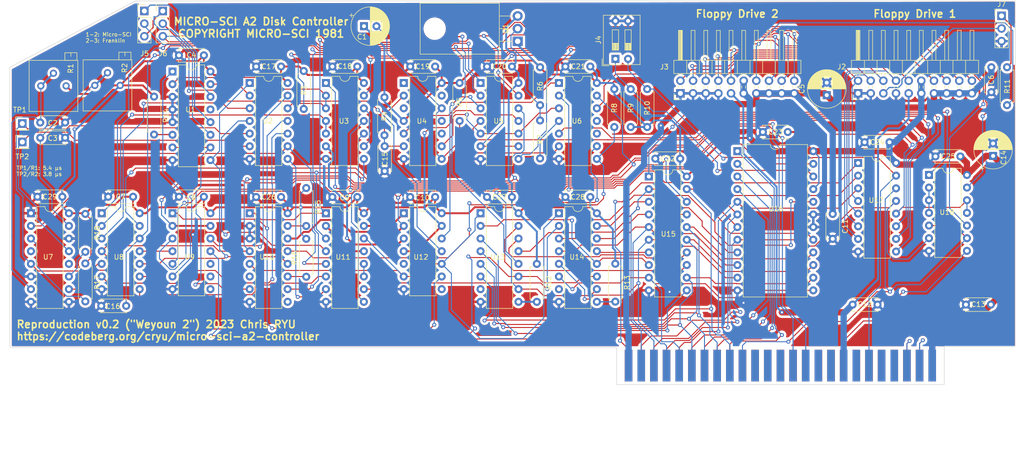
<source format=kicad_pcb>
(kicad_pcb (version 20221018) (generator pcbnew)

  (general
    (thickness 1.6)
  )

  (paper "A4")
  (layers
    (0 "F.Cu" signal)
    (31 "B.Cu" signal)
    (32 "B.Adhes" user "B.Adhesive")
    (33 "F.Adhes" user "F.Adhesive")
    (34 "B.Paste" user)
    (35 "F.Paste" user)
    (36 "B.SilkS" user "B.Silkscreen")
    (37 "F.SilkS" user "F.Silkscreen")
    (38 "B.Mask" user)
    (39 "F.Mask" user)
    (40 "Dwgs.User" user "User.Drawings")
    (41 "Cmts.User" user "User.Comments")
    (42 "Eco1.User" user "User.Eco1")
    (43 "Eco2.User" user "User.Eco2")
    (44 "Edge.Cuts" user)
    (45 "Margin" user)
    (46 "B.CrtYd" user "B.Courtyard")
    (47 "F.CrtYd" user "F.Courtyard")
    (48 "B.Fab" user)
    (49 "F.Fab" user)
    (50 "User.1" user)
    (51 "User.2" user)
    (52 "User.3" user)
    (53 "User.4" user)
    (54 "User.5" user)
    (55 "User.6" user)
    (56 "User.7" user)
    (57 "User.8" user)
    (58 "User.9" user)
  )

  (setup
    (stackup
      (layer "F.SilkS" (type "Top Silk Screen"))
      (layer "F.Paste" (type "Top Solder Paste"))
      (layer "F.Mask" (type "Top Solder Mask") (thickness 0.01))
      (layer "F.Cu" (type "copper") (thickness 0.035))
      (layer "dielectric 1" (type "core") (thickness 1.51) (material "FR4") (epsilon_r 4.5) (loss_tangent 0.02))
      (layer "B.Cu" (type "copper") (thickness 0.035))
      (layer "B.Mask" (type "Bottom Solder Mask") (thickness 0.01))
      (layer "B.Paste" (type "Bottom Solder Paste"))
      (layer "B.SilkS" (type "Bottom Silk Screen"))
      (copper_finish "None")
      (dielectric_constraints no)
    )
    (pad_to_mask_clearance 0)
    (pcbplotparams
      (layerselection 0x00010fc_ffffffff)
      (plot_on_all_layers_selection 0x0000000_00000000)
      (disableapertmacros false)
      (usegerberextensions false)
      (usegerberattributes true)
      (usegerberadvancedattributes true)
      (creategerberjobfile true)
      (dashed_line_dash_ratio 12.000000)
      (dashed_line_gap_ratio 3.000000)
      (svgprecision 4)
      (plotframeref false)
      (viasonmask false)
      (mode 1)
      (useauxorigin false)
      (hpglpennumber 1)
      (hpglpenspeed 20)
      (hpglpendiameter 15.000000)
      (dxfpolygonmode true)
      (dxfimperialunits true)
      (dxfusepcbnewfont true)
      (psnegative false)
      (psa4output false)
      (plotreference true)
      (plotvalue true)
      (plotinvisibletext false)
      (sketchpadsonfab false)
      (subtractmaskfromsilk false)
      (outputformat 1)
      (mirror false)
      (drillshape 1)
      (scaleselection 1)
      (outputdirectory "")
    )
  )

  (net 0 "")
  (net 1 "+5V")
  (net 2 "Net-(U4B-THR)")
  (net 3 "Net-(U7B-RCext)")
  (net 4 "GND")
  (net 5 "Net-(U7A-RCext)")
  (net 6 "Net-(J1-~{DMAIN})")
  (net 7 "Net-(J1-~{INTIN})")
  (net 8 "unconnected-(J1-~{DMA}-Pad22)")
  (net 9 "unconnected-(J1-~{RDY}-Pad21)")
  (net 10 "unconnected-(J1-~{IOSTRB}-Pad20)")
  (net 11 "unconnected-(J1-SYNC-Pad19)")
  (net 12 "R{slash}~{W}")
  (net 13 "unconnected-(J1-A15-Pad17)")
  (net 14 "unconnected-(J1-A14-Pad16)")
  (net 15 "unconnected-(J1-A13-Pad15)")
  (net 16 "unconnected-(J1-A12-Pad14)")
  (net 17 "unconnected-(J1-A11-Pad13)")
  (net 18 "unconnected-(J1-A10-Pad12)")
  (net 19 "unconnected-(J1-A9-Pad11)")
  (net 20 "unconnected-(J1-A8-Pad10)")
  (net 21 "A7")
  (net 22 "A6")
  (net 23 "A5")
  (net 24 "A4")
  (net 25 "A3")
  (net 26 "A2")
  (net 27 "A1")
  (net 28 "A0")
  (net 29 "~{IOSEL}")
  (net 30 "unconnected-(J1-~{NMI}-Pad29)")
  (net 31 "unconnected-(J1-~{IRQ}-Pad30)")
  (net 32 "~{RESET}")
  (net 33 "unconnected-(J1-~{INH}-Pad32)")
  (net 34 "-12V")
  (net 35 "-5V")
  (net 36 "unconnected-(J1-COLORREF{slash}M2B0-Pad35)")
  (net 37 "7M")
  (net 38 "Q3")
  (net 39 "unconnected-(J1-PHI1-Pad38)")
  (net 40 "unconnected-(J1-USER1{slash}SYNC{slash}M2SEL-Pad39)")
  (net 41 "unconnected-(J1-PHI0-Pad40)")
  (net 42 "~{DEVSEL}")
  (net 43 "D7")
  (net 44 "D6")
  (net 45 "D5")
  (net 46 "D4")
  (net 47 "D3")
  (net 48 "D2")
  (net 49 "D1")
  (net 50 "D0")
  (net 51 "+12V")
  (net 52 "PH0")
  (net 53 "PH1")
  (net 54 "PH2")
  (net 55 "PH3")
  (net 56 "~{WREQ}")
  (net 57 "~{EN.A}")
  (net 58 "RD")
  (net 59 "WR")
  (net 60 "PWM")
  (net 61 "~{EN.B}")
  (net 62 "Net-(U4A-THR)")
  (net 63 "Net-(R7-Pad1)")
  (net 64 "Net-(U1-~{MR})")
  (net 65 "Net-(U1-CEP)")
  (net 66 "Net-(J5-Pin_1)")
  (net 67 "Net-(J5-Pin_3)")
  (net 68 "unconnected-(U1-Q1-Pad13)")
  (net 69 "Net-(U1-TC)")
  (net 70 "Net-(U2-Pad3)")
  (net 71 "Net-(U11-D1)")
  (net 72 "CLOCK_0")
  (net 73 "CLOCK_1")
  (net 74 "S_CLK")
  (net 75 "Net-(U2-Pad10)")
  (net 76 "Net-(U12B-Q)")
  (net 77 "Net-(U2-Pad13)")
  (net 78 "Net-(U3-Pad4)")
  (net 79 "Net-(U3-Pad12)")
  (net 80 "Net-(U11-Cp)")
  (net 81 "unconnected-(U4A-DIS-Pad1)")
  (net 82 "unconnected-(U4A-CV-Pad3)")
  (net 83 "Net-(U4A-Q)")
  (net 84 "unconnected-(U4B-R-Pad10)")
  (net 85 "unconnected-(U4B-CV-Pad11)")
  (net 86 "unconnected-(U4B-DIS-Pad13)")
  (net 87 "DRVSEL")
  (net 88 "RW1")
  (net 89 "ENABLE")
  (net 90 "unconnected-(U6-Pad10)")
  (net 91 "unconnected-(U6-Pad11)")
  (net 92 "WRITE")
  (net 93 "unconnected-(U7A-~{Q}-Pad4)")
  (net 94 "unconnected-(U7B-~{Q}-Pad12)")
  (net 95 "DATA_CLK")
  (net 96 "Net-(U8-Pad11)")
  (net 97 "LATCH_D7")
  (net 98 "unconnected-(U9-Pad8)")
  (net 99 "unconnected-(U9-Pad9)")
  (net 100 "unconnected-(U9-Pad10)")
  (net 101 "DATA_RST")
  (net 102 "unconnected-(U10A-Q-Pad6)")
  (net 103 "unconnected-(U10B-~{Q}-Pad9)")
  (net 104 "Net-(U11-D4)")
  (net 105 "Net-(U10B-~{K})")
  (net 106 "Net-(U11-D3)")
  (net 107 "unconnected-(U12A-Q-Pad5)")
  (net 108 "unconnected-(U12B-~{Q}-Pad8)")
  (net 109 "LATCH_D3")
  (net 110 "unconnected-(U13-Dsl-Pad7)")
  (net 111 "LATCH_D6")
  (net 112 "LATCH_D5")
  (net 113 "LATCH_D4")
  (net 114 "unconnected-(U14-Dsl-Pad7)")
  (net 115 "LATCH_D2")
  (net 116 "LATCH_D1")
  (net 117 "LATCH_D0")
  (net 118 "Net-(U15-OE)")
  (net 119 "Net-(U18-Pad2)")
  (net 120 "+5C")
  (net 121 "Net-(Q1-B)")
  (net 122 "Net-(J6-Pin_2)")
  (net 123 "Net-(J6-Pin_3)")
  (net 124 "SDATA")
  (net 125 "~{TCNT}")
  (net 126 "~{RDSTS}")
  (net 127 "~{WRITE}")
  (net 128 "SR7")
  (net 129 "RDSTB")
  (net 130 "SS_DATA")
  (net 131 "BR_DATA")
  (net 132 "~{FF_RST}")
  (net 133 "GO")
  (net 134 "U12B_CLK")
  (net 135 "BQ3")
  (net 136 "~{WRT_CLK}")
  (net 137 "U12A_CLK")
  (net 138 "WRT_LD")
  (net 139 "~{SHFTCLK}")
  (net 140 "Net-(U16-A8)")
  (net 141 "Net-(U16-A9)")
  (net 142 "Net-(J2-Pin_5)")
  (net 143 "Net-(J7-Pin_1)")
  (net 144 "Net-(U13-S0)")
  (net 145 "Net-(U14-S0)")
  (net 146 "Net-(U1-D3)")
  (net 147 "Net-(U10B-~{R})")
  (net 148 "Net-(U10B-~{S})")
  (net 149 "Net-(U7A-Clr)")
  (net 150 "Net-(U7B-Clr)")

  (footprint "Package_DIP:DIP-16_W7.62mm" (layer "F.Cu") (at 93.65 103.61))

  (footprint "Capacitor_THT:C_Disc_D5.0mm_W2.5mm_P5.00mm" (layer "F.Cu") (at 201.685 87.3 180))

  (footprint "Capacitor_THT:CP_Radial_D7.5mm_P2.50mm" (layer "F.Cu") (at 209.5 79.9 90))

  (footprint "Capacitor_THT:C_Disc_D5.0mm_W2.5mm_P5.00mm" (layer "F.Cu") (at 51.6 88.45))

  (footprint "Capacitor_THT:C_Disc_D5.0mm_W2.5mm_P5.00mm" (layer "F.Cu") (at 210.7 103.75 -90))

  (footprint "Connector_PinHeader_2.54mm:PinHeader_1x03_P2.54mm_Vertical" (layer "F.Cu") (at 244.6 63.975))

  (footprint "Capacitor_THT:C_Disc_D5.0mm_W2.5mm_P5.00mm" (layer "F.Cu") (at 146.3 74.15 180))

  (footprint "Resistor_THT:R_Axial_DIN0207_L6.3mm_D2.5mm_P7.62mm_Horizontal" (layer "F.Cu") (at 151.95 92.6 90))

  (footprint "Package_DIP:DIP-16_W7.62mm" (layer "F.Cu") (at 108.95 103.61))

  (footprint "Capacitor_THT:C_Disc_D5.0mm_W2.5mm_P5.00mm" (layer "F.Cu") (at 115.25 100.35 180))

  (footprint "Capacitor_THT:C_Disc_D5.0mm_W2.5mm_P5.00mm" (layer "F.Cu") (at 68.85 122.2 180))

  (footprint "Capacitor_THT:C_Disc_D5.0mm_W2.5mm_P5.00mm" (layer "F.Cu") (at 214.7 121.95))

  (footprint "Connector_PinHeader_2.54mm:PinHeader_1x03_P2.54mm_Vertical" (layer "F.Cu") (at 72.5 63))

  (footprint "Capacitor_THT:C_Disc_D5.0mm_W2.5mm_P5.00mm" (layer "F.Cu") (at 146.3 100.35 180))

  (footprint "Resistor_THT:R_Axial_DIN0207_L6.3mm_D2.5mm_P7.62mm_Horizontal" (layer "F.Cu") (at 173.45 86.3 90))

  (footprint "Capacitor_THT:CP_Radial_D7.5mm_P2.50mm" (layer "F.Cu") (at 116.6 66.05))

  (footprint "Capacitor_THT:C_Disc_D5.0mm_W2.5mm_P5.00mm" (layer "F.Cu") (at 84.45 100.3 180))

  (footprint "Capacitor_THT:C_Disc_D5.0mm_W2.5mm_P5.00mm" (layer "F.Cu") (at 236.33 92.2 180))

  (footprint "Package_TO_SOT_THT:TO-220-3_Horizontal_TabDown" (layer "F.Cu") (at 147.45 69.09 90))

  (footprint "Package_DIP:DIP-14_W7.62mm" (layer "F.Cu") (at 108.95 77.46))

  (footprint "Potentiometer_THT:Potentiometer_Bourns_3299P_Horizontal" (layer "F.Cu") (at 67.64 77.94 -90))

  (footprint "Capacitor_THT:C_Disc_D5.0mm_W2.5mm_P5.00mm" (layer "F.Cu") (at 70.24 100.3 180))

  (footprint "Resistor_THT:R_Axial_DIN0207_L6.3mm_D2.5mm_P7.62mm_Horizontal" (layer "F.Cu") (at 151.95 74.29 -90))

  (footprint "Resistor_THT:R_Axial_DIN0207_L6.3mm_D2.5mm_P7.62mm_Horizontal" (layer "F.Cu") (at 135.8 77.45 -90))

  (footprint "Resistor_THT:R_Axial_DIN0207_L6.3mm_D2.5mm_P7.62mm_Horizontal" (layer "F.Cu") (at 60.65 103.74 -90))

  (footprint "Capacitor_THT:C_Disc_D5.0mm_W2.5mm_P5.00mm" (layer "F.Cu") (at 162.03 74.15 180))

  (footprint "Capacitor_THT:C_Disc_D5.0mm_W2.5mm_P5.00mm" (layer "F.Cu") (at 130.88 100.35 180))

  (footprint "Package_DIP:DIP-14_W7.62mm" (layer "F.Cu") (at 124.58 77.46))

  (footprint "Resistor_THT:R_Axial_DIN0207_L6.3mm_D2.5mm_P7.62mm_Horizontal" (layer "F.Cu") (at 120.7 87.95 90))

  (footprint "Connector_PinHeader_2.54mm:PinHeader_1x03_P2.54mm_Vertical" (layer "F.Cu") (at 76.2 63))

  (footprint "Package_DIP:DIP-20_W7.62mm" (layer "F.Cu") (at 173.78 96.23))

  (footprint "Resistor_THT:R_Axial_DIN0207_L6.3mm_D2.5mm_P7.62mm_Horizontal" (layer "F.Cu") (at 105 98.55 -90))

  (footprint "Capacitor_THT:C_Disc_D5.0mm_W2.5mm_P5.00mm" (layer "F.Cu")
    (tstamp 7275a1b3-fb63-482b-95ae-75aa85499ad0)
    (at 162.03 100.35 180)
    (descr "C, Disc series, Radial, pin pitch=5.00mm, , diameter*width=5*2.5mm^2, Capacitor, http://cdn-reichelt.de/documents/datenblatt/B300/DS_KERKO_TC.pdf")
    (tags "C Disc series Radial pin pitch 5.00mm  diameter 5mm width 2.5mm Capacitor")
    (property "Sheetfile" "MicroSci Floppy Controller.kicad_sch")
    (property "Sheetname" "")
    (property "ki_description" "Unpolarized capacitor, small symbol")
    (property "ki_keywords" "capacitor cap")
    (path "/19e1cc99-1aba-4e94-a277-f2d4828bd23a")
    (attr through_hole)
    (fp_text reference "C28" (at 2.5 0) (layer "F.SilkS")
        (effects (font (size 1 1) (thickness 0.15)))
      (tstamp ab01f7d6-2629-45dd-8c39-5528190c577f)
    )
    (fp_text value "0.1uF" (at 2.5 2.5) (layer "F.Fab")
        (effects (font (size 1 1) (thickness 0.15)))
      (tstamp fa4820cd-4003-4ff4-8f61-d7afebf943c8)
    )
    (fp_text user "${REFERENCE}" (at 2.5 0) (layer "F.Fab")
        (effects (font (size 1 1) (thickness 0.15)))
      (tstamp d507d379-61c6-44f3-98a7-d4198038d424)
    )
    (fp_line (start -0.12 -1.37) (end -0.12 -1.055)
      (stroke (width 0.12) (type solid)) (layer "F.SilkS") (tstamp 07488239-3c4c-4cd1-9e94-ee7b5dee55d5))
    (fp_line (start -0.12 -1.37) (end 5.12 -1.37)
      (stroke (width 0.12) (type solid)) (layer "F.SilkS") (tstamp 90cc18fd-082f-427d-85fd-3d9c79187558))
    (fp_line (start -0.12 1.055) (end -0.12 1.37)
      (stroke (width 0.12) (type solid)) (layer "F.SilkS") (tstamp f092a0c3-4c26-447f-aafe-143bca14122a))
    (fp_line (start -0.12 1.37) (end 5.12 1.37)
      (stroke (width 0.12) (type solid)) (layer "F.SilkS") (tstamp 43195fb7-648c-4986-aedc-e7148ece13a9))
    (fp_line (start 5.12 -1.37) (end 5.12 -1.055)
      (stroke (width 0.12) (type solid)) (layer "F.SilkS") (tstamp a0506c12-5091-4836-81d1-a467c2f9fb58))
    (fp_line (start 5.12 1.055) (end 5.12 1.37)
      (stroke (width 0.12) (type solid)) (layer "F.SilkS") (tstamp 3930953b-af2f-46d6-ae3b-c5b3b7c0b89c))
    (fp_line (start -1.05 -1.5) (end -1.05 1.5)
      (stroke (width 0.05) (type solid)) (layer "F.CrtYd") (tstamp 34c0a25f-071e-4caf-938d-f771b8803f25))
    (fp_line (start -1.05 1.5) (end 6.05 1.5)
      (stroke (width 0.05) (type solid)) (layer "F.CrtYd") (tstamp a9841406-e07f-4a9f-9346-ef4213ff410c))
    (fp_line (start 6.05 -1.5) (end -1.05 -1.5)
      (stroke (width 0.05) (type solid)) (layer "F.CrtYd") (tstamp 575252f5-c30a-44ea-b2ac-b44242a11ed0))
    (fp_line (start 6.05 1.5) (end 6.05 -1.5)
      (stroke (width 0.05) (type solid)) (layer "F.CrtYd") (tstamp 2ef3e117-5014-4a75-82cc-88c27acf11ea))
    (fp_line (start 0 -1.25) 
... [1763045 chars truncated]
</source>
